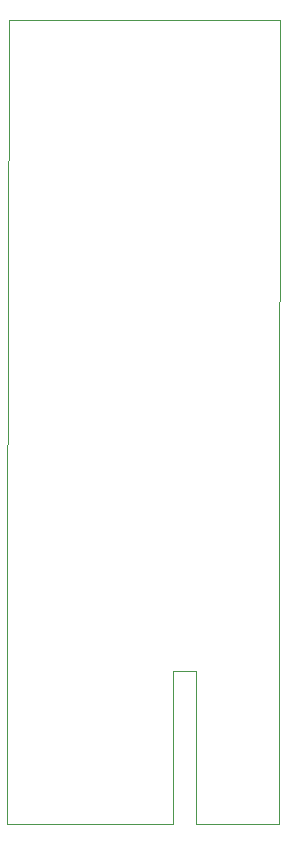
<source format=gbr>
%TF.GenerationSoftware,KiCad,Pcbnew,6.0.11+dfsg-1*%
%TF.CreationDate,2025-09-01T17:48:49-05:00*%
%TF.ProjectId,TinyFreq,54696e79-4672-4657-912e-6b696361645f,rev?*%
%TF.SameCoordinates,Original*%
%TF.FileFunction,Profile,NP*%
%FSLAX46Y46*%
G04 Gerber Fmt 4.6, Leading zero omitted, Abs format (unit mm)*
G04 Created by KiCad (PCBNEW 6.0.11+dfsg-1) date 2025-09-01 17:48:49*
%MOMM*%
%LPD*%
G01*
G04 APERTURE LIST*
%TA.AperFunction,Profile*%
%ADD10C,0.100000*%
%TD*%
G04 APERTURE END LIST*
D10*
X124405000Y-112080000D02*
X124500000Y-64000000D01*
X147500000Y-64000000D02*
X147405000Y-112080000D01*
X124500000Y-64000000D02*
X147500000Y-64000000D01*
%TO.C,J1*%
X124405000Y-132080000D02*
X138405000Y-132080000D01*
X147405000Y-112080000D02*
X147405000Y-132080000D01*
X147405000Y-132080000D02*
X140405000Y-132080000D01*
X138405000Y-132080000D02*
X138405000Y-119080000D01*
X140405000Y-119080000D02*
X138405000Y-119080000D01*
X124405000Y-112080000D02*
X124405000Y-132080000D01*
X140405000Y-132080000D02*
X140405000Y-119080000D01*
%TD*%
M02*

</source>
